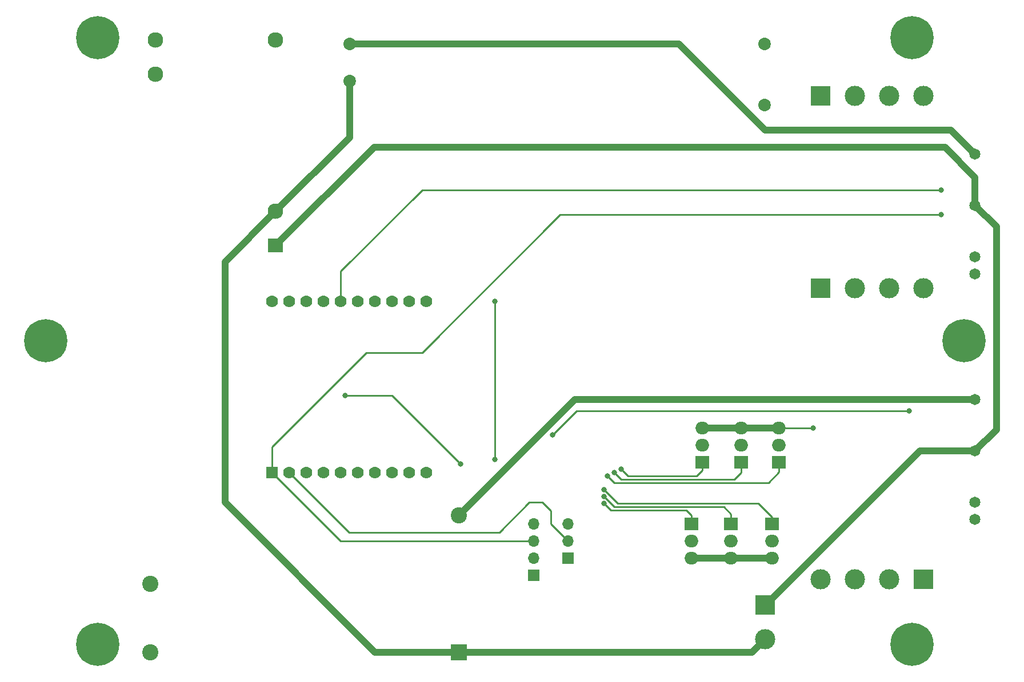
<source format=gbr>
%TF.GenerationSoftware,KiCad,Pcbnew,(7.0.0)*%
%TF.CreationDate,2023-03-18T12:10:04+01:00*%
%TF.ProjectId,rgb-garden-box,7267622d-6761-4726-9465-6e2d626f782e,rev?*%
%TF.SameCoordinates,Original*%
%TF.FileFunction,Copper,L2,Bot*%
%TF.FilePolarity,Positive*%
%FSLAX46Y46*%
G04 Gerber Fmt 4.6, Leading zero omitted, Abs format (unit mm)*
G04 Created by KiCad (PCBNEW (7.0.0)) date 2023-03-18 12:10:04*
%MOMM*%
%LPD*%
G01*
G04 APERTURE LIST*
%TA.AperFunction,ComponentPad*%
%ADD10O,2.000000X1.905000*%
%TD*%
%TA.AperFunction,ComponentPad*%
%ADD11R,2.000000X1.905000*%
%TD*%
%TA.AperFunction,ComponentPad*%
%ADD12C,0.800000*%
%TD*%
%TA.AperFunction,ComponentPad*%
%ADD13C,6.400000*%
%TD*%
%TA.AperFunction,ComponentPad*%
%ADD14C,1.650000*%
%TD*%
%TA.AperFunction,ComponentPad*%
%ADD15R,3.000000X3.000000*%
%TD*%
%TA.AperFunction,ComponentPad*%
%ADD16C,3.000000*%
%TD*%
%TA.AperFunction,ComponentPad*%
%ADD17C,1.860000*%
%TD*%
%TA.AperFunction,ComponentPad*%
%ADD18R,1.700000X1.700000*%
%TD*%
%TA.AperFunction,ComponentPad*%
%ADD19O,1.700000X1.700000*%
%TD*%
%TA.AperFunction,ComponentPad*%
%ADD20R,2.400000X2.400000*%
%TD*%
%TA.AperFunction,ComponentPad*%
%ADD21C,2.400000*%
%TD*%
%TA.AperFunction,ComponentPad*%
%ADD22R,1.778000X1.778000*%
%TD*%
%TA.AperFunction,ComponentPad*%
%ADD23C,1.778000*%
%TD*%
%TA.AperFunction,ComponentPad*%
%ADD24R,2.300000X2.000000*%
%TD*%
%TA.AperFunction,ComponentPad*%
%ADD25C,2.300000*%
%TD*%
%TA.AperFunction,ViaPad*%
%ADD26C,0.800000*%
%TD*%
%TA.AperFunction,Conductor*%
%ADD27C,0.250000*%
%TD*%
%TA.AperFunction,Conductor*%
%ADD28C,1.000000*%
%TD*%
G04 APERTURE END LIST*
D10*
%TO.P,Q8,3,S*%
%TO.N,GND*%
X192583999Y-102615999D03*
%TO.P,Q8,2,D*%
%TO.N,Net-(J4-Pin_4)*%
X192583999Y-105155999D03*
D11*
%TO.P,Q8,1,G*%
%TO.N,Net-(Q8-G)*%
X192583999Y-107695999D03*
%TD*%
D10*
%TO.P,Q7,3,S*%
%TO.N,GND*%
X186943999Y-102615999D03*
%TO.P,Q7,2,D*%
%TO.N,Net-(J4-Pin_3)*%
X186943999Y-105155999D03*
D11*
%TO.P,Q7,1,G*%
%TO.N,Net-(Q7-G)*%
X186943999Y-107695999D03*
%TD*%
%TO.P,Q6,1,G*%
%TO.N,Net-(Q6-G)*%
X181203999Y-107695999D03*
D10*
%TO.P,Q6,2,D*%
%TO.N,Net-(J4-Pin_2)*%
X181203999Y-105155999D03*
%TO.P,Q6,3,S*%
%TO.N,GND*%
X181203999Y-102615999D03*
%TD*%
%TO.P,Q5,3,S*%
%TO.N,GND*%
X179591999Y-121919999D03*
%TO.P,Q5,2,D*%
%TO.N,Net-(J6-Pin_4)*%
X179591999Y-119379999D03*
D11*
%TO.P,Q5,1,G*%
%TO.N,Net-(Q5-G)*%
X179591999Y-116839999D03*
%TD*%
D10*
%TO.P,Q3,3,S*%
%TO.N,GND*%
X185471999Y-121919999D03*
%TO.P,Q3,2,D*%
%TO.N,Net-(J6-Pin_3)*%
X185471999Y-119379999D03*
D11*
%TO.P,Q3,1,G*%
%TO.N,Net-(Q3-G)*%
X185471999Y-116839999D03*
%TD*%
D10*
%TO.P,Q2,3,S*%
%TO.N,GND*%
X191567999Y-121919999D03*
%TO.P,Q2,2,D*%
%TO.N,Net-(J6-Pin_2)*%
X191567999Y-119379999D03*
D11*
%TO.P,Q2,1,G*%
%TO.N,Net-(Q2-G)*%
X191567999Y-116839999D03*
%TD*%
D12*
%TO.P,REF\u002A\u002A,1*%
%TO.N,N/C*%
X209920000Y-134690000D03*
X210622944Y-132992944D03*
X210622944Y-136387056D03*
X212320000Y-132290000D03*
D13*
X212320000Y-134690000D03*
D12*
X212320000Y-137090000D03*
X214017056Y-132992944D03*
X214017056Y-136387056D03*
X214720000Y-134690000D03*
%TD*%
D14*
%TO.P,K1,1*%
%TO.N,+5V*%
X221625000Y-79746920D03*
%TO.P,K1,2*%
%TO.N,Net-(D1-K)*%
X221625000Y-77206920D03*
%TO.P,K1,5*%
%TO.N,Net-(J3-Pin_1)*%
X221625000Y-69586920D03*
%TO.P,K1,8*%
%TO.N,Net-(PS1-AC{slash}L)*%
X221625000Y-61966920D03*
%TD*%
D12*
%TO.P,REF\u002A\u002A,1*%
%TO.N,N/C*%
X89220000Y-134690000D03*
X89922944Y-132992944D03*
X89922944Y-136387056D03*
X91620000Y-132290000D03*
D13*
X91620000Y-134690000D03*
D12*
X91620000Y-137090000D03*
X93317056Y-132992944D03*
X93317056Y-136387056D03*
X94020000Y-134690000D03*
%TD*%
D15*
%TO.P,J5,1,Pin_1*%
%TO.N,+12V*%
X198754999Y-81914999D03*
D16*
%TO.P,J5,2,Pin_2*%
%TO.N,Net-(J4-Pin_2)*%
X203835000Y-81915000D03*
%TO.P,J5,3,Pin_3*%
%TO.N,Net-(J4-Pin_3)*%
X208915000Y-81915000D03*
%TO.P,J5,4,Pin_4*%
%TO.N,Net-(J4-Pin_4)*%
X213995000Y-81915000D03*
%TD*%
D15*
%TO.P,J6,1,Pin_1*%
%TO.N,+24V*%
X213994999Y-125094999D03*
D16*
%TO.P,J6,2,Pin_2*%
%TO.N,Net-(J6-Pin_2)*%
X208915000Y-125095000D03*
%TO.P,J6,3,Pin_3*%
%TO.N,Net-(J6-Pin_3)*%
X203835000Y-125095000D03*
%TO.P,J6,4,Pin_4*%
%TO.N,Net-(J6-Pin_4)*%
X198755000Y-125095000D03*
%TD*%
D12*
%TO.P,REF\u002A\u002A,1*%
%TO.N,N/C*%
X89220000Y-44690000D03*
X89922944Y-42992944D03*
X89922944Y-46387056D03*
X91620000Y-42290000D03*
D13*
X91620000Y-44690000D03*
D12*
X91620000Y-47090000D03*
X93317056Y-42992944D03*
X93317056Y-46387056D03*
X94020000Y-44690000D03*
%TD*%
D17*
%TO.P,PS1,1,AC/L*%
%TO.N,Net-(PS1-AC{slash}L)*%
X128960000Y-45675000D03*
%TO.P,PS1,2,AC/N*%
%TO.N,Net-(J3-Pin_2)*%
X128960000Y-51175000D03*
%TO.P,PS1,3,+Vout*%
%TO.N,+12V*%
X190460000Y-54675000D03*
%TO.P,PS1,4,-Vout*%
%TO.N,GND*%
X190460000Y-45675000D03*
%TD*%
D14*
%TO.P,K2,1*%
%TO.N,+5V*%
X221615000Y-116205000D03*
%TO.P,K2,2*%
%TO.N,Net-(D3-K)*%
X221615000Y-113665000D03*
%TO.P,K2,5*%
%TO.N,Net-(J3-Pin_1)*%
X221615000Y-106045000D03*
%TO.P,K2,8*%
%TO.N,Net-(PS2-AC{slash}L)*%
X221615000Y-98425000D03*
%TD*%
D18*
%TO.P,J1,1,Pin_1*%
%TO.N,GND*%
X161289999Y-121919999D03*
D19*
%TO.P,J1,2,Pin_2*%
%TO.N,+3V3*%
X161289999Y-119379999D03*
%TO.P,J1,3,Pin_3*%
%TO.N,Net-(J1-Pin_3)*%
X161289999Y-116839999D03*
%TD*%
D15*
%TO.P,J4,1,Pin_1*%
%TO.N,+12V*%
X198754999Y-53339999D03*
D16*
%TO.P,J4,2,Pin_2*%
%TO.N,Net-(J4-Pin_2)*%
X203835000Y-53340000D03*
%TO.P,J4,3,Pin_3*%
%TO.N,Net-(J4-Pin_3)*%
X208915000Y-53340000D03*
%TO.P,J4,4,Pin_4*%
%TO.N,Net-(J4-Pin_4)*%
X213995000Y-53340000D03*
%TD*%
D12*
%TO.P,REF\u002A\u002A,1*%
%TO.N,N/C*%
X81570000Y-89690000D03*
X82272944Y-87992944D03*
X82272944Y-91387056D03*
X83970000Y-87290000D03*
D13*
X83970000Y-89690000D03*
D12*
X83970000Y-92090000D03*
X85667056Y-87992944D03*
X85667056Y-91387056D03*
X86370000Y-89690000D03*
%TD*%
%TO.P,REF\u002A\u002A,1*%
%TO.N,N/C*%
X217570000Y-89690000D03*
X218272944Y-87992944D03*
X218272944Y-91387056D03*
X219970000Y-87290000D03*
D13*
X219970000Y-89690000D03*
D12*
X219970000Y-92090000D03*
X221667056Y-87992944D03*
X221667056Y-91387056D03*
X222370000Y-89690000D03*
%TD*%
D15*
%TO.P,J3,1,Pin_1*%
%TO.N,Net-(J3-Pin_1)*%
X190499999Y-128904999D03*
D16*
%TO.P,J3,2,Pin_2*%
%TO.N,Net-(J3-Pin_2)*%
X190500000Y-133985000D03*
%TD*%
D20*
%TO.P,PS2,1,AC/N*%
%TO.N,Net-(J3-Pin_2)*%
X145162499Y-135897499D03*
D21*
%TO.P,PS2,2,AC/L*%
%TO.N,Net-(PS2-AC{slash}L)*%
X145162500Y-115577500D03*
%TO.P,PS2,3,-Vo*%
%TO.N,GND*%
X99442500Y-125737500D03*
%TO.P,PS2,4,+Vo*%
%TO.N,+24V*%
X99442500Y-135897500D03*
%TD*%
D22*
%TO.P,U1,1,+5V*%
%TO.N,+5V*%
X117474999Y-109219999D03*
D23*
%TO.P,U1,2,+3.3V_(out)*%
%TO.N,+3V3*%
X120015000Y-109220000D03*
%TO.P,U1,3,GND*%
%TO.N,GND*%
X122555000Y-109220000D03*
%TO.P,U1,4,ESP_EN*%
%TO.N,unconnected-(U1-ESP_EN-Pad4)*%
X125095000Y-109220000D03*
%TO.P,U1,5,GPIO0*%
%TO.N,unconnected-(U1-GPIO0-Pad5)*%
X127635000Y-109220000D03*
%TO.P,U1,6,GPIO1*%
%TO.N,unconnected-(U1-GPIO1-Pad6)*%
X130175000Y-109220000D03*
%TO.P,U1,7,GPIO2*%
%TO.N,unconnected-(U1-GPIO2-Pad7)*%
X132715000Y-109220000D03*
%TO.P,U1,8,GPIO3*%
%TO.N,Net-(Q2-G)*%
X135255000Y-109220000D03*
%TO.P,U1,9,GPIO4*%
%TO.N,Net-(Q3-G)*%
X137795000Y-109220000D03*
%TO.P,U1,10,GPIO5*%
%TO.N,Net-(Q5-G)*%
X140335000Y-109220000D03*
%TO.P,U1,11,GPIO13*%
%TO.N,Net-(J1-Pin_3)*%
X140335000Y-83820000D03*
%TO.P,U1,12,GPIO14*%
%TO.N,Net-(Q6-G)*%
X137795000Y-83820000D03*
%TO.P,U1,13,GPIO15*%
%TO.N,Net-(Q7-G)*%
X135255000Y-83820000D03*
%TO.P,U1,14,GPIO16*%
%TO.N,Net-(Q8-G)*%
X132715000Y-83820000D03*
%TO.P,U1,15,GPIO32*%
%TO.N,Net-(U1-GPIO32)*%
X130175000Y-83820000D03*
%TO.P,U1,16,GPIO33*%
%TO.N,Net-(U1-GPIO33)*%
X127635000Y-83820000D03*
%TO.P,U1,17,GPIO34*%
%TO.N,unconnected-(U1-GPIO34-Pad17)*%
X125095000Y-83820000D03*
%TO.P,U1,18,GPIO35*%
%TO.N,unconnected-(U1-GPIO35-Pad18)*%
X122555000Y-83820000D03*
%TO.P,U1,19,GPIO36*%
%TO.N,Net-(J2-Pin_4)*%
X120015000Y-83820000D03*
%TO.P,U1,20,GPIO39*%
%TO.N,unconnected-(U1-GPIO39-Pad20)*%
X117475000Y-83820000D03*
%TD*%
D24*
%TO.P,PS3,1,AC/L*%
%TO.N,Net-(J3-Pin_1)*%
X117967499Y-75564999D03*
D25*
%TO.P,PS3,3,AC/N*%
%TO.N,Net-(J3-Pin_2)*%
X117967500Y-70485000D03*
%TO.P,PS3,5,NC*%
%TO.N,unconnected-(PS3-NC-Pad5)*%
X117967500Y-45085000D03*
%TO.P,PS3,14,-Vo*%
%TO.N,GND*%
X100187500Y-45085000D03*
%TO.P,PS3,16,+Vo*%
%TO.N,+5V*%
X100187500Y-50165000D03*
%TD*%
D12*
%TO.P,REF\u002A\u002A,1*%
%TO.N,N/C*%
X209920000Y-44690000D03*
X210622944Y-42992944D03*
X210622944Y-46387056D03*
X212320000Y-42290000D03*
D13*
X212320000Y-44690000D03*
D12*
X212320000Y-47090000D03*
X214017056Y-42992944D03*
X214017056Y-46387056D03*
X214720000Y-44690000D03*
%TD*%
D18*
%TO.P,J2,1,Pin_1*%
%TO.N,GND*%
X156209999Y-124459999D03*
D19*
%TO.P,J2,2,Pin_2*%
X156209999Y-121919999D03*
%TO.P,J2,3,Pin_3*%
%TO.N,+5V*%
X156209999Y-119379999D03*
%TO.P,J2,4,Pin_4*%
%TO.N,Net-(J2-Pin_4)*%
X156209999Y-116839999D03*
%TD*%
D26*
%TO.N,Net-(Q5-G)*%
X166619701Y-113796299D03*
%TO.N,Net-(Q3-G)*%
X166619701Y-112780299D03*
%TO.N,Net-(Q2-G)*%
X166624000Y-111760000D03*
%TO.N,Net-(Q8-G)*%
X167132000Y-109728000D03*
%TO.N,Net-(Q7-G)*%
X168148000Y-109220000D03*
%TO.N,Net-(Q6-G)*%
X169164000Y-108712000D03*
%TO.N,Net-(U1-GPIO32)*%
X159004000Y-103632000D03*
%TO.N,GND*%
X197612000Y-102616000D03*
%TO.N,Net-(U1-GPIO32)*%
X211836000Y-100076000D03*
%TO.N,+5V*%
X216624500Y-70981920D03*
%TO.N,Net-(J1-Pin_3)*%
X150495000Y-83820000D03*
X150495000Y-107315000D03*
%TO.N,Net-(J2-Pin_4)*%
X145415000Y-107950000D03*
X128270000Y-97790000D03*
%TO.N,Net-(U1-GPIO33)*%
X216624500Y-67310000D03*
%TD*%
D27*
%TO.N,Net-(Q5-G)*%
X167631402Y-114808000D02*
X168148000Y-114808000D01*
X166619701Y-113796299D02*
X167631402Y-114808000D01*
X178816000Y-114808000D02*
X168148000Y-114808000D01*
%TO.N,Net-(Q3-G)*%
X166628299Y-112780299D02*
X168148000Y-114300000D01*
X184404000Y-114300000D02*
X168148000Y-114300000D01*
X166619701Y-112780299D02*
X166628299Y-112780299D01*
%TO.N,Net-(Q2-G)*%
X166624000Y-111760000D02*
X168656000Y-113792000D01*
X172720000Y-113792000D02*
X168656000Y-113792000D01*
%TO.N,Net-(Q5-G)*%
X179592000Y-116840000D02*
X179592000Y-115584000D01*
X179592000Y-115584000D02*
X178816000Y-114808000D01*
%TO.N,Net-(Q3-G)*%
X185472000Y-115368000D02*
X184404000Y-114300000D01*
X185472000Y-116840000D02*
X185472000Y-115368000D01*
%TO.N,Net-(Q8-G)*%
X168148000Y-110744000D02*
X167132000Y-109728000D01*
X192584000Y-109168000D02*
X191008000Y-110744000D01*
X191008000Y-110744000D02*
X168148000Y-110744000D01*
X192584000Y-107696000D02*
X192584000Y-109168000D01*
%TO.N,Net-(Q7-G)*%
X169164000Y-110236000D02*
X168148000Y-109220000D01*
X185928000Y-110236000D02*
X169164000Y-110236000D01*
X186944000Y-109220000D02*
X185928000Y-110236000D01*
X186944000Y-107696000D02*
X186944000Y-109220000D01*
%TO.N,Net-(Q6-G)*%
X170180000Y-109728000D02*
X169164000Y-108712000D01*
X181204000Y-108864000D02*
X181204000Y-107696000D01*
X180340000Y-109728000D02*
X181204000Y-108864000D01*
X170180000Y-109728000D02*
X180340000Y-109728000D01*
%TO.N,Net-(U1-GPIO32)*%
X162560000Y-100076000D02*
X163068000Y-100076000D01*
X159004000Y-103632000D02*
X162560000Y-100076000D01*
X164719000Y-100076000D02*
X163068000Y-100076000D01*
%TO.N,Net-(Q2-G)*%
X189484000Y-113792000D02*
X172720000Y-113792000D01*
X191568000Y-115876000D02*
X191516000Y-115824000D01*
X191516000Y-115824000D02*
X189484000Y-113792000D01*
X191568000Y-116840000D02*
X191568000Y-115876000D01*
%TO.N,GND*%
X197612000Y-102616000D02*
X192584000Y-102616000D01*
%TO.N,Net-(U1-GPIO32)*%
X211836000Y-100076000D02*
X164719000Y-100076000D01*
D28*
%TO.N,GND*%
X186944000Y-102616000D02*
X192584000Y-102616000D01*
X181204000Y-102616000D02*
X186944000Y-102616000D01*
X185472000Y-121920000D02*
X191568000Y-121920000D01*
X179592000Y-121920000D02*
X185472000Y-121920000D01*
%TO.N,Net-(J3-Pin_1)*%
X213487000Y-106045000D02*
X221615000Y-106045000D01*
X190627000Y-128905000D02*
X213487000Y-106045000D01*
X190500000Y-128905000D02*
X190627000Y-128905000D01*
D27*
%TO.N,+5V*%
X160158080Y-70981920D02*
X139700000Y-91440000D01*
X131445000Y-91440000D02*
X117475000Y-105410000D01*
X127635000Y-119380000D02*
X117475000Y-109220000D01*
X156210000Y-119380000D02*
X127635000Y-119380000D01*
X139700000Y-91440000D02*
X131445000Y-91440000D01*
X117475000Y-105410000D02*
X117475000Y-109220000D01*
X216624500Y-70981920D02*
X160158080Y-70981920D01*
%TO.N,+3V3*%
X128905000Y-118110000D02*
X120015000Y-109220000D01*
X155575000Y-113665000D02*
X151130000Y-118110000D01*
X157480000Y-113665000D02*
X155575000Y-113665000D01*
X158750000Y-116840000D02*
X158750000Y-114935000D01*
X151130000Y-118110000D02*
X128905000Y-118110000D01*
X161290000Y-119380000D02*
X158750000Y-116840000D01*
X158750000Y-114935000D02*
X157480000Y-113665000D01*
%TO.N,Net-(J1-Pin_3)*%
X150495000Y-107315000D02*
X150495000Y-83820000D01*
%TO.N,Net-(J2-Pin_4)*%
X135255000Y-97790000D02*
X128270000Y-97790000D01*
X145415000Y-107950000D02*
X135255000Y-97790000D01*
D28*
%TO.N,Net-(J3-Pin_1)*%
X224790000Y-72751920D02*
X224790000Y-102870000D01*
X224790000Y-102870000D02*
X221615000Y-106045000D01*
X217170000Y-60960000D02*
X132572500Y-60960000D01*
X221625000Y-69586920D02*
X221625000Y-65415000D01*
X221625000Y-65415000D02*
X217170000Y-60960000D01*
X132572500Y-60960000D02*
X117967500Y-75565000D01*
X221625000Y-69586920D02*
X224790000Y-72751920D01*
%TO.N,Net-(J3-Pin_2)*%
X117967500Y-70485000D02*
X110490000Y-77962500D01*
X188587500Y-135897500D02*
X190500000Y-133985000D01*
X132722500Y-135897500D02*
X145162500Y-135897500D01*
X110490000Y-113665000D02*
X132722500Y-135897500D01*
X110490000Y-77962500D02*
X110490000Y-113665000D01*
X128960000Y-51175000D02*
X128960000Y-59492500D01*
X128960000Y-59492500D02*
X117967500Y-70485000D01*
X145162500Y-135897500D02*
X188587500Y-135897500D01*
%TO.N,Net-(PS1-AC{slash}L)*%
X177755000Y-45675000D02*
X190500000Y-58420000D01*
X218078080Y-58420000D02*
X221625000Y-61966920D01*
X190500000Y-58420000D02*
X218078080Y-58420000D01*
X128960000Y-45675000D02*
X177755000Y-45675000D01*
%TO.N,Net-(PS2-AC{slash}L)*%
X162315000Y-98425000D02*
X221615000Y-98425000D01*
X145162500Y-115577500D02*
X162315000Y-98425000D01*
D27*
%TO.N,Net-(U1-GPIO33)*%
X216624500Y-67310000D02*
X139700000Y-67310000D01*
X139700000Y-67310000D02*
X127635000Y-79375000D01*
X127635000Y-79375000D02*
X127635000Y-83820000D01*
%TD*%
M02*

</source>
